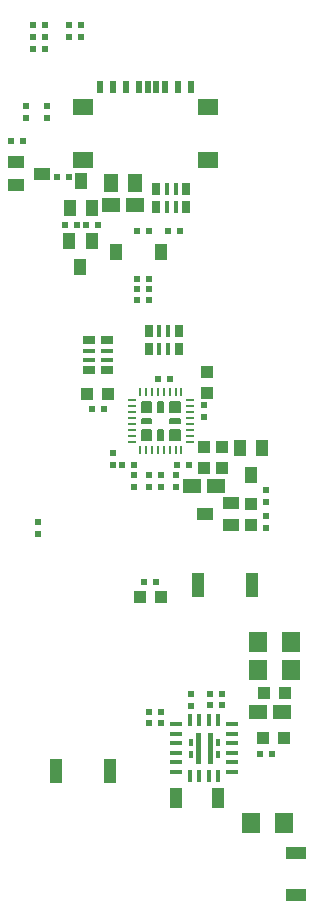
<source format=gbr>
G04 #@! TF.GenerationSoftware,KiCad,Pcbnew,5.1.0-rc2-unknown-036be7d~80~ubuntu16.04.1*
G04 #@! TF.CreationDate,2019-03-08T14:26:04+02:00*
G04 #@! TF.ProjectId,ESP32-PoE-ISO_Rev_B,45535033-322d-4506-9f45-2d49534f5f52,A*
G04 #@! TF.SameCoordinates,Original*
G04 #@! TF.FileFunction,Paste,Bot*
G04 #@! TF.FilePolarity,Positive*
%FSLAX46Y46*%
G04 Gerber Fmt 4.6, Leading zero omitted, Abs format (unit mm)*
G04 Created by KiCad (PCBNEW 5.1.0-rc2-unknown-036be7d~80~ubuntu16.04.1) date 2019-03-08 14:26:04*
%MOMM*%
%LPD*%
G04 APERTURE LIST*
%ADD10C,0.100000*%
%ADD11C,0.200000*%
%ADD12R,1.016000X0.381000*%
%ADD13R,1.016000X0.635000*%
%ADD14R,1.016000X2.032000*%
%ADD15R,0.400000X1.000000*%
%ADD16R,1.000000X0.400000*%
%ADD17R,1.016000X1.778000*%
%ADD18R,0.381000X1.016000*%
%ADD19R,0.635000X1.016000*%
%ADD20R,1.000000X1.400000*%
%ADD21R,1.400000X1.000000*%
%ADD22R,1.016000X1.016000*%
%ADD23R,0.500000X0.550000*%
%ADD24R,0.230000X0.780000*%
%ADD25R,0.780000X0.230000*%
%ADD26R,1.524000X1.270000*%
%ADD27R,0.500000X1.000000*%
%ADD28R,1.754000X1.454000*%
%ADD29R,1.778000X1.016000*%
%ADD30R,1.524000X1.778000*%
%ADD31R,0.550000X0.500000*%
%ADD32R,1.270000X1.524000*%
G04 APERTURE END LIST*
D10*
G36*
X110127000Y-164842000D02*
G01*
X110127000Y-165342000D01*
X110377000Y-165342000D01*
X110377000Y-164842000D01*
X110127000Y-164842000D01*
G37*
X110127000Y-164842000D02*
X110127000Y-165342000D01*
X110377000Y-165342000D01*
X110377000Y-164842000D01*
X110127000Y-164842000D01*
G36*
X110127000Y-163842000D02*
G01*
X110127000Y-164342000D01*
X110377000Y-164342000D01*
X110377000Y-163842000D01*
X110127000Y-163842000D01*
G37*
X110127000Y-163842000D02*
X110127000Y-164342000D01*
X110377000Y-164342000D01*
X110377000Y-163842000D01*
X110127000Y-163842000D01*
G36*
X107777000Y-163842000D02*
G01*
X107777000Y-164342000D01*
X108027000Y-164342000D01*
X108027000Y-163842000D01*
X107777000Y-163842000D01*
G37*
X107777000Y-163842000D02*
X107777000Y-164342000D01*
X108027000Y-164342000D01*
X108027000Y-163842000D01*
X107777000Y-163842000D01*
G36*
X109727000Y-163292000D02*
G01*
X109427000Y-163292000D01*
X109427000Y-165892000D01*
X109727000Y-165892000D01*
X109727000Y-163292000D01*
G37*
X109727000Y-163292000D02*
X109427000Y-163292000D01*
X109427000Y-165892000D01*
X109727000Y-165892000D01*
X109727000Y-163292000D01*
G36*
X107777000Y-164842000D02*
G01*
X107777000Y-165342000D01*
X108027000Y-165342000D01*
X108027000Y-164842000D01*
X107777000Y-164842000D01*
G37*
X107777000Y-164842000D02*
X107777000Y-165342000D01*
X108027000Y-165342000D01*
X108027000Y-164842000D01*
X107777000Y-164842000D01*
G36*
X108727000Y-163292000D02*
G01*
X108427000Y-163292000D01*
X108427000Y-165892000D01*
X108727000Y-165892000D01*
X108727000Y-163292000D01*
G37*
X108727000Y-163292000D02*
X108427000Y-163292000D01*
X108427000Y-165892000D01*
X108727000Y-165892000D01*
X108727000Y-163292000D01*
D11*
X107010000Y-137706000D02*
X107010000Y-138506000D01*
X106210000Y-137706000D02*
X107010000Y-137706000D01*
X106210000Y-138506000D02*
X106210000Y-137706000D01*
X107010000Y-138506000D02*
X106210000Y-138506000D01*
X107010000Y-138406000D02*
X106210000Y-138406000D01*
X107010000Y-138306000D02*
X106210000Y-138306000D01*
X107010000Y-138206000D02*
X106210000Y-138206000D01*
X107010000Y-138106000D02*
X106210000Y-138106000D01*
X107010000Y-138006000D02*
X106210000Y-138006000D01*
X107010000Y-137906000D02*
X106210000Y-137906000D01*
X107010000Y-137806000D02*
X106210000Y-137806000D01*
X104610000Y-137806000D02*
X103810000Y-137806000D01*
X104610000Y-137906000D02*
X103810000Y-137906000D01*
X104610000Y-138006000D02*
X103810000Y-138006000D01*
X104610000Y-138106000D02*
X103810000Y-138106000D01*
X104610000Y-138206000D02*
X103810000Y-138206000D01*
X104610000Y-138306000D02*
X103810000Y-138306000D01*
X104610000Y-138406000D02*
X103810000Y-138406000D01*
X104610000Y-138506000D02*
X103810000Y-138506000D01*
X103810000Y-138506000D02*
X103810000Y-137706000D01*
X103810000Y-137706000D02*
X104610000Y-137706000D01*
X104610000Y-137706000D02*
X104610000Y-138506000D01*
X107010000Y-135406000D02*
X106210000Y-135406000D01*
X107010000Y-135506000D02*
X106210000Y-135506000D01*
X107010000Y-135606000D02*
X106210000Y-135606000D01*
X107010000Y-135706000D02*
X106210000Y-135706000D01*
X107010000Y-135806000D02*
X106210000Y-135806000D01*
X107010000Y-135906000D02*
X106210000Y-135906000D01*
X107010000Y-136006000D02*
X106210000Y-136006000D01*
X107010000Y-136106000D02*
X106210000Y-136106000D01*
X106210000Y-136106000D02*
X106210000Y-135306000D01*
X106210000Y-135306000D02*
X107010000Y-135306000D01*
X107010000Y-135306000D02*
X107010000Y-136106000D01*
X104610000Y-135306000D02*
X104610000Y-136106000D01*
X103810000Y-135306000D02*
X104610000Y-135306000D01*
X103810000Y-136106000D02*
X103810000Y-135306000D01*
X104610000Y-136106000D02*
X103810000Y-136106000D01*
X104610000Y-136006000D02*
X103810000Y-136006000D01*
X104610000Y-135906000D02*
X103810000Y-135906000D01*
X104610000Y-135806000D02*
X103810000Y-135806000D01*
X104610000Y-135706000D02*
X103810000Y-135706000D01*
X104610000Y-135606000D02*
X103810000Y-135606000D01*
X104610000Y-135506000D02*
X103810000Y-135506000D01*
X104610000Y-135406000D02*
X103810000Y-135406000D01*
X105210000Y-138506000D02*
X105610000Y-138506000D01*
X105210000Y-137706000D02*
X105210000Y-138506000D01*
X105610000Y-137706000D02*
X105210000Y-137706000D01*
X105610000Y-138506000D02*
X105610000Y-137706000D01*
X105510000Y-138506000D02*
X105510000Y-137706000D01*
X105410000Y-138506000D02*
X105410000Y-137706000D01*
X105310000Y-138506000D02*
X105310000Y-137706000D01*
X105310000Y-136106000D02*
X105310000Y-135306000D01*
X105410000Y-136106000D02*
X105410000Y-135306000D01*
X105510000Y-136106000D02*
X105510000Y-135306000D01*
X105610000Y-136106000D02*
X105610000Y-135306000D01*
X105610000Y-135306000D02*
X105210000Y-135306000D01*
X105210000Y-135306000D02*
X105210000Y-136106000D01*
X105210000Y-136106000D02*
X105610000Y-136106000D01*
X107010000Y-136706000D02*
X107010000Y-137106000D01*
X106210000Y-136706000D02*
X107010000Y-136706000D01*
X106210000Y-137106000D02*
X106210000Y-136706000D01*
X107010000Y-137106000D02*
X106210000Y-137106000D01*
X107010000Y-137006000D02*
X106210000Y-137006000D01*
X106210000Y-136906000D02*
X107010000Y-136906000D01*
X107010000Y-136806000D02*
X106210000Y-136806000D01*
X104610000Y-136806000D02*
X103810000Y-136806000D01*
X103810000Y-136906000D02*
X104610000Y-136906000D01*
X104610000Y-137006000D02*
X103810000Y-137006000D01*
X104610000Y-137106000D02*
X103810000Y-137106000D01*
X103810000Y-137106000D02*
X103810000Y-136706000D01*
X103810000Y-136706000D02*
X104610000Y-136706000D01*
X104610000Y-136706000D02*
X104610000Y-137106000D01*
D12*
X99314000Y-130937000D03*
X99314000Y-131699000D03*
X100838000Y-130937000D03*
X100838000Y-131699000D03*
D13*
X99314000Y-130048000D03*
X100838000Y-130048000D03*
X99314000Y-132588000D03*
X100838000Y-132588000D03*
D14*
X113157000Y-150749000D03*
X108585000Y-150749000D03*
D15*
X107877000Y-162242000D03*
X108677000Y-162242000D03*
X109477000Y-162242000D03*
X110277000Y-162242000D03*
D16*
X111427000Y-162592000D03*
X111427000Y-163392000D03*
X111427000Y-164192000D03*
X111427000Y-164992000D03*
X111427000Y-165792000D03*
X111427000Y-166592000D03*
D15*
X110277000Y-166942000D03*
X109477000Y-166942000D03*
X108677000Y-166942000D03*
X107877000Y-166942000D03*
D16*
X106727000Y-166592000D03*
X106727000Y-165792000D03*
X106727000Y-164992000D03*
X106727000Y-164192000D03*
X106727000Y-163392000D03*
X106727000Y-162592000D03*
D17*
X106680000Y-168783000D03*
X110236000Y-168783000D03*
D18*
X106680000Y-117221000D03*
X105918000Y-117221000D03*
X106680000Y-118745000D03*
X105918000Y-118745000D03*
D19*
X107569000Y-117221000D03*
X107569000Y-118745000D03*
X105029000Y-117221000D03*
X105029000Y-118745000D03*
D20*
X112080040Y-139227560D03*
X113982500Y-139227560D03*
X113027460Y-141437360D03*
D21*
X95334000Y-115951000D03*
X93134000Y-115001000D03*
X93134000Y-116901000D03*
D22*
X115824000Y-163703000D03*
X114046000Y-163703000D03*
D23*
X97282000Y-120269000D03*
X98298000Y-120269000D03*
X99060000Y-120269000D03*
X100076000Y-120269000D03*
D24*
X103660000Y-139356000D03*
X104160000Y-139356000D03*
X104660000Y-139356000D03*
X105160000Y-139356000D03*
X105660000Y-139356000D03*
X106160000Y-139356000D03*
X106660000Y-139356000D03*
X107160000Y-139356000D03*
D25*
X107860000Y-138656000D03*
X107860000Y-138156000D03*
X107860000Y-137656000D03*
X107860000Y-137156000D03*
X107860000Y-136656000D03*
X107860000Y-136156000D03*
X107860000Y-135656000D03*
X107860000Y-135156000D03*
D24*
X107160000Y-134456000D03*
X106660000Y-134456000D03*
X106160000Y-134456000D03*
X105660000Y-134456000D03*
X105160000Y-134456000D03*
X104660000Y-134456000D03*
X104160000Y-134456000D03*
X103660000Y-134456000D03*
D25*
X102960000Y-135156000D03*
X102960000Y-135656000D03*
X102960000Y-136156000D03*
X102960000Y-136656000D03*
X102960000Y-137156000D03*
X102960000Y-137656000D03*
X102960000Y-138156000D03*
X102960000Y-138656000D03*
D23*
X106045000Y-120777000D03*
X107061000Y-120777000D03*
D20*
X105405000Y-122555000D03*
X101605000Y-122555000D03*
D23*
X97663000Y-103378000D03*
X98679000Y-103378000D03*
X98679000Y-104394000D03*
X97663000Y-104394000D03*
D26*
X110109000Y-142367000D03*
X108077000Y-142367000D03*
D20*
X97663000Y-121666000D03*
X99565460Y-121666000D03*
X98610420Y-123875800D03*
D18*
X106045000Y-129286000D03*
X105283000Y-129286000D03*
X106045000Y-130810000D03*
X105283000Y-130810000D03*
D19*
X106934000Y-129286000D03*
X106934000Y-130810000D03*
X104394000Y-129286000D03*
X104394000Y-130810000D03*
D22*
X110617000Y-139065000D03*
X110617000Y-140843000D03*
X109093000Y-139065000D03*
X109093000Y-140843000D03*
X99187000Y-134620000D03*
X100965000Y-134620000D03*
X109347000Y-134493000D03*
X109347000Y-132715000D03*
D26*
X115697000Y-161544000D03*
X113665000Y-161544000D03*
D27*
X100290000Y-108587000D03*
X101390000Y-108587000D03*
X102490000Y-108587000D03*
X103590000Y-108587000D03*
X104340000Y-108587000D03*
X105040000Y-108587000D03*
X105790000Y-108587000D03*
X106890000Y-108587000D03*
X107990000Y-108587000D03*
D28*
X109440000Y-110337000D03*
X98840000Y-110337000D03*
X109440000Y-114787000D03*
X98840000Y-114787000D03*
D29*
X116840000Y-177038000D03*
X116840000Y-173482000D03*
D30*
X115824000Y-170942000D03*
X113030000Y-170942000D03*
D26*
X101219000Y-118618000D03*
X103251000Y-118618000D03*
D20*
X99628960Y-118836440D03*
X97726500Y-118836440D03*
X98681540Y-116626640D03*
D21*
X111343440Y-143830040D03*
X111343440Y-145732500D03*
X109133640Y-144777460D03*
D23*
X96647000Y-116205000D03*
X97663000Y-116205000D03*
X105029000Y-150495000D03*
X104013000Y-150495000D03*
D31*
X114300000Y-144907000D03*
X114300000Y-145923000D03*
X104394000Y-141478000D03*
X104394000Y-142494000D03*
X103124000Y-141478000D03*
X103124000Y-142494000D03*
X106680000Y-141478000D03*
X106680000Y-142494000D03*
X105410000Y-141478000D03*
X105410000Y-142494000D03*
X109093000Y-136525000D03*
X109093000Y-135509000D03*
D23*
X102108000Y-140589000D03*
X103124000Y-140589000D03*
X104394000Y-125730000D03*
X103378000Y-125730000D03*
D31*
X107950000Y-161036000D03*
X107950000Y-160020000D03*
D23*
X113792000Y-165100000D03*
X114808000Y-165100000D03*
X104394000Y-120777000D03*
X103378000Y-120777000D03*
X104394000Y-124841000D03*
X103378000Y-124841000D03*
X104394000Y-126619000D03*
X103378000Y-126619000D03*
D31*
X93980000Y-110236000D03*
X93980000Y-111252000D03*
D23*
X105410000Y-162433000D03*
X104394000Y-162433000D03*
X104394000Y-161544000D03*
X105410000Y-161544000D03*
D31*
X95758000Y-111252000D03*
X95758000Y-110236000D03*
D23*
X93726000Y-113157000D03*
X92710000Y-113157000D03*
X107823000Y-140589000D03*
X106807000Y-140589000D03*
D31*
X101346000Y-140589000D03*
X101346000Y-139573000D03*
D23*
X99568000Y-135890000D03*
X100584000Y-135890000D03*
X106172000Y-133350000D03*
X105156000Y-133350000D03*
D30*
X113665000Y-157988000D03*
X116459000Y-157988000D03*
X113665000Y-155575000D03*
X116459000Y-155575000D03*
D22*
X114173000Y-159893000D03*
X115951000Y-159893000D03*
D32*
X101219000Y-116713000D03*
X103251000Y-116713000D03*
D23*
X110617000Y-160909000D03*
X109601000Y-160909000D03*
D22*
X113030000Y-143891000D03*
X113030000Y-145669000D03*
D31*
X114300000Y-142748000D03*
X114300000Y-143764000D03*
D22*
X105410000Y-151765000D03*
X103632000Y-151765000D03*
D14*
X101092000Y-166497000D03*
X96520000Y-166497000D03*
D23*
X110617000Y-160020000D03*
X109601000Y-160020000D03*
X95631000Y-105410000D03*
X94615000Y-105410000D03*
X94615000Y-103378000D03*
X95631000Y-103378000D03*
X94615000Y-104394000D03*
X95631000Y-104394000D03*
D31*
X94996000Y-146431000D03*
X94996000Y-145415000D03*
M02*

</source>
